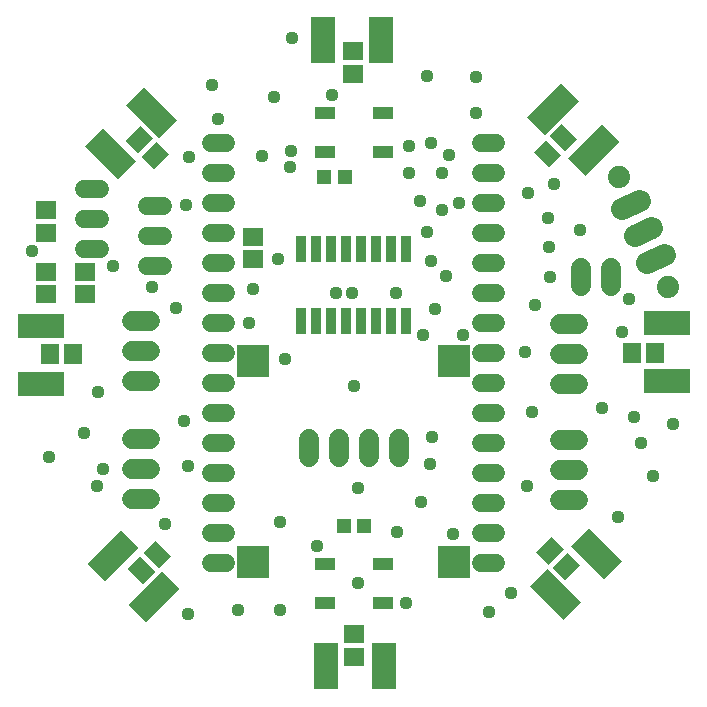
<source format=gbr>
G04 EAGLE Gerber RS-274X export*
G75*
%MOMM*%
%FSLAX34Y34*%
%LPD*%
%INSoldermask Bottom*%
%IPPOS*%
%AMOC8*
5,1,8,0,0,1.08239X$1,22.5*%
G01*
%ADD10C,1.524000*%
%ADD11C,1.727200*%
%ADD12R,0.863600X2.235200*%
%ADD13R,1.703200X1.103200*%
%ADD14R,2.133600X4.013200*%
%ADD15R,4.013200X2.133600*%
%ADD16R,1.803200X1.503200*%
%ADD17R,1.503200X1.803200*%
%ADD18C,1.511200*%
%ADD19R,2.743200X2.743200*%
%ADD20R,1.303200X1.203200*%
%ADD21R,1.703200X1.503200*%
%ADD22C,1.853200*%
%ADD23C,1.879600*%
%ADD24C,1.117600*%


D10*
X-52793Y419981D02*
X-39585Y419981D01*
X-39585Y369181D02*
X-52793Y369181D01*
X-52793Y394581D02*
X-39585Y394581D01*
D11*
X-50749Y322686D02*
X-65989Y322686D01*
X-65989Y297286D02*
X-50749Y297286D01*
X-50749Y271886D02*
X-65989Y271886D01*
X296418Y269566D02*
X311658Y269566D01*
X311658Y294966D02*
X296418Y294966D01*
X296418Y320366D02*
X311658Y320366D01*
D12*
X77640Y383666D03*
X77640Y322198D03*
X90340Y383666D03*
X103040Y383666D03*
X90340Y322198D03*
X103040Y322198D03*
X115740Y383666D03*
X115740Y322198D03*
X128440Y383666D03*
X128440Y322198D03*
X141140Y383666D03*
X153840Y383666D03*
X141140Y322198D03*
X153840Y322198D03*
X166540Y383666D03*
X166540Y322198D03*
D11*
X83869Y222654D02*
X83869Y207414D01*
X109269Y207414D02*
X109269Y222654D01*
X134669Y222654D02*
X134669Y207414D01*
X160069Y207414D02*
X160069Y222654D01*
D13*
X97468Y465861D03*
X97468Y498861D03*
X146468Y465861D03*
X146468Y498861D03*
X97535Y84118D03*
X97535Y117118D03*
X146535Y84118D03*
X146535Y117118D03*
D11*
X-50673Y171953D02*
X-65913Y171953D01*
X-65913Y197353D02*
X-50673Y197353D01*
X-50673Y222753D02*
X-65913Y222753D01*
X296880Y171100D02*
X312120Y171100D01*
X312120Y196500D02*
X296880Y196500D01*
X296880Y221900D02*
X312120Y221900D01*
D14*
X145193Y560036D03*
X96171Y560036D03*
D15*
G36*
X303652Y460564D02*
X332029Y488941D01*
X347116Y473854D01*
X318739Y445477D01*
X303652Y460564D01*
G37*
G36*
X268988Y495228D02*
X297365Y523605D01*
X312452Y508518D01*
X284075Y480141D01*
X268988Y495228D01*
G37*
X387016Y271840D03*
X387016Y320862D03*
G36*
X286433Y112862D02*
X314810Y84485D01*
X299723Y69398D01*
X271346Y97775D01*
X286433Y112862D01*
G37*
G36*
X321097Y147525D02*
X349474Y119148D01*
X334387Y104061D01*
X306010Y132438D01*
X321097Y147525D01*
G37*
D14*
X98790Y30049D03*
X147812Y30049D03*
D15*
G36*
X-60090Y130430D02*
X-88467Y102053D01*
X-103554Y117140D01*
X-75177Y145517D01*
X-60090Y130430D01*
G37*
G36*
X-25426Y95766D02*
X-53803Y67389D01*
X-68890Y82476D01*
X-40513Y110853D01*
X-25426Y95766D01*
G37*
X-143059Y318193D03*
X-143059Y269171D03*
G36*
X-42501Y477148D02*
X-70878Y505525D01*
X-55791Y520612D01*
X-27414Y492235D01*
X-42501Y477148D01*
G37*
G36*
X-77165Y442484D02*
X-105542Y470861D01*
X-90455Y485948D01*
X-62078Y457571D01*
X-77165Y442484D01*
G37*
D16*
X121158Y550774D03*
X121158Y531774D03*
D17*
G36*
X287829Y478886D02*
X298458Y489515D01*
X311207Y476766D01*
X300578Y466137D01*
X287829Y478886D01*
G37*
G36*
X274394Y465451D02*
X285023Y476080D01*
X297772Y463331D01*
X287143Y452702D01*
X274394Y465451D01*
G37*
X376784Y295656D03*
X357784Y295656D03*
G36*
X303000Y126309D02*
X313629Y115680D01*
X300880Y102931D01*
X290251Y113560D01*
X303000Y126309D01*
G37*
G36*
X289565Y139744D02*
X300194Y129115D01*
X287445Y116366D01*
X276816Y126995D01*
X289565Y139744D01*
G37*
D16*
X122174Y38252D03*
X122174Y57252D03*
D17*
G36*
X-45959Y110438D02*
X-56588Y99809D01*
X-69337Y112558D01*
X-58708Y123187D01*
X-45959Y110438D01*
G37*
G36*
X-32524Y123873D02*
X-43153Y113244D01*
X-55902Y125993D01*
X-45273Y136622D01*
X-32524Y123873D01*
G37*
X-134722Y294640D03*
X-115722Y294640D03*
G36*
X-60858Y464372D02*
X-71487Y475001D01*
X-58738Y487750D01*
X-48109Y477121D01*
X-60858Y464372D01*
G37*
G36*
X-47423Y450937D02*
X-58052Y461566D01*
X-45303Y474315D01*
X-34674Y463686D01*
X-47423Y450937D01*
G37*
D10*
X-92917Y383834D02*
X-106125Y383834D01*
X-106125Y434634D02*
X-92917Y434634D01*
X-92917Y409234D02*
X-106125Y409234D01*
D18*
X966Y473201D02*
X14046Y473201D01*
X14046Y447801D02*
X966Y447801D01*
X966Y422401D02*
X14046Y422401D01*
X14046Y397001D02*
X966Y397001D01*
X966Y371601D02*
X14046Y371601D01*
X14046Y346201D02*
X966Y346201D01*
X966Y320801D02*
X14046Y320801D01*
X14046Y295401D02*
X966Y295401D01*
X966Y270001D02*
X14046Y270001D01*
X14046Y244601D02*
X966Y244601D01*
X966Y219201D02*
X14046Y219201D01*
X14046Y193801D02*
X966Y193801D01*
X966Y168401D02*
X14046Y168401D01*
X14046Y143001D02*
X966Y143001D01*
X966Y117601D02*
X14046Y117601D01*
X229566Y473201D02*
X242646Y473201D01*
X242646Y447801D02*
X229566Y447801D01*
X229566Y422401D02*
X242646Y422401D01*
X242646Y397001D02*
X229566Y397001D01*
X229566Y371601D02*
X242646Y371601D01*
X242646Y346201D02*
X229566Y346201D01*
X229566Y320801D02*
X242646Y320801D01*
X242646Y295401D02*
X229566Y295401D01*
X229566Y270001D02*
X242646Y270001D01*
X242646Y244601D02*
X229566Y244601D01*
X229566Y219201D02*
X242646Y219201D01*
X242646Y193801D02*
X229566Y193801D01*
X229566Y168401D02*
X242646Y168401D01*
X242646Y143001D02*
X229566Y143001D01*
X229566Y117601D02*
X242646Y117601D01*
D19*
X36740Y118157D03*
X36740Y288337D03*
X206920Y118157D03*
X206920Y288337D03*
D11*
X339867Y352436D02*
X339867Y367676D01*
X314467Y367676D02*
X314467Y352436D01*
D20*
X97291Y444119D03*
X114291Y444119D03*
X113801Y148590D03*
X130801Y148590D03*
D21*
X36957Y394056D03*
X36957Y375056D03*
X-138580Y416440D03*
X-138580Y397440D03*
X-105370Y364370D03*
X-105370Y345370D03*
X-138080Y364370D03*
X-138080Y345370D03*
D22*
X370247Y371368D02*
X385321Y378079D01*
X374989Y401283D02*
X359916Y394572D01*
X349585Y417776D02*
X364658Y424487D01*
D23*
X388115Y351519D03*
X346790Y444335D03*
D24*
X159000Y144000D03*
X125500Y181000D03*
X206500Y142000D03*
X237000Y76000D03*
X255500Y92000D03*
X59500Y152500D03*
X214500Y311000D03*
X269500Y430500D03*
X180500Y311000D03*
X-95500Y182500D03*
X-18000Y200000D03*
X-94000Y262500D03*
X-106500Y228000D03*
X-48500Y351000D03*
X-19500Y421000D03*
X-17000Y461000D03*
X349500Y313500D03*
X332000Y249000D03*
X273000Y245500D03*
X392000Y235000D03*
X313500Y400000D03*
X178000Y424000D03*
X169000Y448000D03*
X54500Y512000D03*
X225500Y529500D03*
X184000Y530000D03*
X2500Y522500D03*
X288000Y360000D03*
X225500Y499000D03*
X190500Y332500D03*
X-82000Y369000D03*
X122000Y267500D03*
X-37500Y150500D03*
X70000Y562000D03*
X-150000Y381500D03*
X345500Y157000D03*
X375500Y191500D03*
X211500Y422500D03*
X292000Y438500D03*
X169000Y470500D03*
X269000Y183000D03*
X58000Y375000D03*
X359500Y241000D03*
X91000Y132000D03*
X-135500Y207000D03*
X68000Y453000D03*
X184500Y398000D03*
X33500Y321000D03*
X267500Y296500D03*
X276000Y336500D03*
X179000Y169500D03*
X126000Y101000D03*
X59500Y78000D03*
X24500Y78000D03*
X-18500Y74500D03*
X355000Y341500D03*
X365000Y219000D03*
X64000Y290000D03*
X-90000Y197500D03*
X69000Y466500D03*
X107500Y346500D03*
X7500Y493500D03*
X44500Y462000D03*
X196500Y448000D03*
X196500Y416500D03*
X37000Y350000D03*
X-21500Y238000D03*
X187500Y473000D03*
X-28500Y333500D03*
X202500Y463000D03*
X188500Y224500D03*
X186500Y201500D03*
X166500Y84000D03*
X103500Y513500D03*
X200000Y360500D03*
X287500Y385000D03*
X120500Y346500D03*
X157500Y346500D03*
X286500Y409500D03*
X187500Y373500D03*
M02*

</source>
